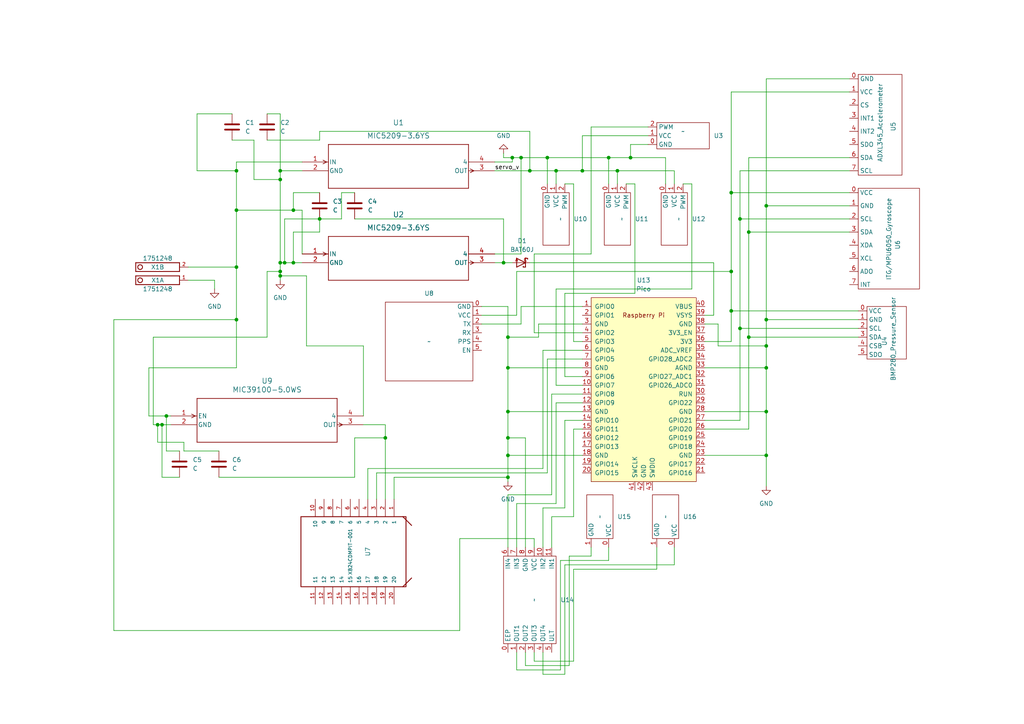
<source format=kicad_sch>
(kicad_sch (version 20230121) (generator eeschema)
  (paper "A4")
  (lib_symbols
    (symbol "1_chantilly_aerospace:1751248" (pin_names (offset 1.016))
      (property "Reference" "X" (at 1.27 -0.889 0))
      (property "Value" "1751248" (at 0 1.651 0))
      (symbol "1751248_1_0"
        (polyline (pts (xy 0 -1.27) (xy 0 1.27)) (stroke (width 0.254)))
        (polyline (pts (xy 0 1.27) (xy 12.7 1.27)) (stroke (width 0.254)))
        (polyline (pts (xy 12.7 -1.27) (xy 0 -1.27)) (stroke (width 0.254)))
        (polyline (pts (xy 12.7 -1.27) (xy 12.7 1.27)) (stroke (width 0.254)))
        (circle (center 11.43 0) (radius 0.6839) (stroke (width 0.254)))
        (pin passive line (at -2.54 0 0) (length 2.54) (name "~") (number "1"))
      )
      (symbol "1751248_2_0"
        (polyline (pts (xy 0 -1.27) (xy 0 1.27)) (stroke (width 0.254)))
        (polyline (pts (xy 0 1.27) (xy 12.7 1.27)) (stroke (width 0.254)))
        (polyline (pts (xy 12.7 -1.27) (xy 0 -1.27)) (stroke (width 0.254)))
        (polyline (pts (xy 12.7 -1.27) (xy 12.7 1.27)) (stroke (width 0.254)))
        (circle (center 11.43 0) (radius 0.6839) (stroke (width 0.254)))
        (pin passive line (at -2.54 0 0) (length 2.54) (name "~") (number "2"))
      )
    )
    (symbol "1_chantilly_aerospace:BAT60J" (pin_names (offset 1.016))
      (property "Reference" "D" (at -2.286 1.905 0))
      (property "Value" "BAT60J" (at -2.54 -5.08 0))
      (symbol "BAT60J_0_0"
        (polyline (pts (xy -1.27 -1.27) (xy 1.27 0)) (stroke (width 0.254)))
        (polyline (pts (xy -1.27 1.27) (xy -1.27 -1.27)) (stroke (width 0.254)))
        (polyline (pts (xy 0.635 -1.016) (xy 0.635 -1.27)) (stroke (width 0.254)))
        (polyline (pts (xy 1.27 -1.27) (xy 0.635 -1.27)) (stroke (width 0.254)))
        (polyline (pts (xy 1.27 0) (xy -1.27 1.27)) (stroke (width 0.254)))
        (polyline (pts (xy 1.27 0) (xy 1.27 -1.27)) (stroke (width 0.254)))
        (polyline (pts (xy 1.27 1.27) (xy 1.27 0)) (stroke (width 0.254)))
        (polyline (pts (xy 1.905 1.27) (xy 1.27 1.27)) (stroke (width 0.254)))
        (polyline (pts (xy 1.905 1.27) (xy 1.905 1.016)) (stroke (width 0.254)))
        (pin passive line (at -2.54 0 0) (length 2.54) (name "~") (number "A"))
        (pin passive line (at 2.54 0 180) (length 2.54) (name "~") (number "C"))
      )
    )
    (symbol "1_chantilly_aerospace:MIC5209-3.6YS" (pin_names (offset 0.254))
      (property "Reference" "U" (at 27.94 10.16 0))
      (property "Value" "MIC5209-3.6YS" (at 27.94 7.62 0))
      (symbol "MIC5209-3.6YS_0_1"
        (polyline (pts (xy 7.0993 0) (xy 6.0579 -0.5207)) (stroke (width 0.2032)))
        (polyline (pts (xy 7.0993 0) (xy 6.0579 0.5207)) (stroke (width 0.2032)))
        (polyline (pts (xy 7.62 -7.62) (xy 48.26 -7.62)) (stroke (width 0.2032)))
        (polyline (pts (xy 7.62 5.08) (xy 7.62 -7.62)) (stroke (width 0.2032)))
        (polyline (pts (xy 48.26 -7.62) (xy 48.26 5.08)) (stroke (width 0.2032)))
        (polyline (pts (xy 48.26 5.08) (xy 7.62 5.08)) (stroke (width 0.2032)))
        (polyline (pts (xy 48.7807 -3.0607) (xy 49.8221 -2.54)) (stroke (width 0.2032)))
        (polyline (pts (xy 48.7807 -2.0193) (xy 49.8221 -2.54)) (stroke (width 0.2032)))
        (pin input line (at 0 0 0) (length 7.62) (name "IN") (number "1"))
        (pin power_in line (at 0 -2.54 0) (length 7.62) (name "GND") (number "2"))
        (pin output line (at 55.88 -2.54 180) (length 7.62) (name "OUT") (number "3"))
        (pin unspecified line (at 55.88 0 180) (length 7.62) (name "4") (number "4"))
      )
    )
    (symbol "Device:C" (pin_numbers hide) (pin_names (offset 0.254))
      (property "Reference" "C" (at 0.635 2.54 0))
      (property "Value" "C" (at 0.635 -2.54 0))
      (symbol "C_0_1"
        (polyline (pts (xy -2.032 -0.762) (xy 2.032 -0.762)) (stroke (width 0.508)))
        (polyline (pts (xy -2.032 0.762) (xy 2.032 0.762)) (stroke (width 0.508)))
      )
      (symbol "C_1_1"
        (pin passive line (at 0 3.81 270) (length 2.794) (name "~") (number "1"))
        (pin passive line (at 0 -3.81 90) (length 2.794) (name "~") (number "2"))
      )
    )
    (symbol "chantilly_aerospace_rocket_controller:ADXL345_Accelerometer"
      (property "Reference" "U" (at 0 0 0))
      (symbol "ADXL345_Accelerometer_0_1"
        (rectangle (start -13.97 6.35) (end 15.24 -6.35))
      )
      (symbol "ADXL345_Accelerometer_1_1"
        (pin unspecified line (at 13.97 8.89 270) (length 2.54) (name "GND") (number "0"))
        (pin power_in line (at 10.16 8.89 270) (length 2.54) (name "VCC") (number "1"))
        (pin unspecified line (at 6.35 8.89 270) (length 2.54) (name "CS") (number "2"))
        (pin unspecified line (at 2.54 8.89 270) (length 2.54) (name "INT1") (number "3"))
        (pin unspecified line (at -1.27 8.89 270) (length 2.54) (name "INT2") (number "4"))
        (pin unspecified line (at -5.08 8.89 270) (length 2.54) (name "SDO") (number "5"))
        (pin bidirectional line (at -8.89 8.89 270) (length 2.54) (name "SDA") (number "6"))
        (pin bidirectional line (at -12.7 8.89 270) (length 2.54) (name "SCL") (number "7"))
      )
    )
    (symbol "chantilly_aerospace_rocket_controller:BMP280_Pressure_Sensor"
      (property "Reference" "U" (at 0 0 0))
      (symbol "BMP280_Pressure_Sensor_1_1"
        (rectangle (start -7.62 6.35) (end 7.62 -5.08))
        (pin power_in line (at 6.35 8.89 270) (length 2.54) (name "VCC") (number "0"))
        (pin unspecified line (at 3.81 8.89 270) (length 2.54) (name "GND") (number "1"))
        (pin bidirectional line (at 1.27 8.89 270) (length 2.54) (name "SCL") (number "2"))
        (pin bidirectional line (at -1.27 8.89 270) (length 2.54) (name "SDA") (number "3"))
        (pin unspecified line (at -3.81 8.89 270) (length 2.54) (name "CSB") (number "4"))
        (pin unspecified line (at -6.35 8.89 270) (length 2.54) (name "SDO") (number "5"))
      )
    )
    (symbol "chantilly_aerospace_rocket_controller:DRV8833_Motor_Driver"
      (property "Reference" "U" (at 0 0 0))
      (symbol "DRV8833_Motor_Driver_0_1"
        (rectangle (start -12.7 7.62) (end 12.7 -7.62))
      )
      (symbol "DRV8833_Motor_Driver_1_1"
        (pin unspecified line (at -15.24 6.35 0) (length 2.54) (name "EEP") (number "0"))
        (pin output line (at -15.24 3.81 0) (length 2.54) (name "OUT1") (number "1"))
        (pin input line (at 15.24 -3.81 180) (length 2.54) (name "IN2") (number "10"))
        (pin input line (at 15.24 -6.35 180) (length 2.54) (name "IN1") (number "11"))
        (pin output line (at -15.24 1.27 0) (length 2.54) (name "OUT2") (number "2"))
        (pin output line (at -15.24 -1.27 0) (length 2.54) (name "OUT3") (number "3"))
        (pin output line (at -15.24 -3.81 0) (length 2.54) (name "OUT4") (number "4"))
        (pin unspecified line (at -15.24 -6.35 0) (length 2.54) (name "ULT") (number "5"))
        (pin input line (at 15.24 6.35 180) (length 2.54) (name "IN4") (number "6"))
        (pin input line (at 15.24 3.81 180) (length 2.54) (name "IN3") (number "7"))
        (pin power_out line (at 15.24 1.27 180) (length 2.54) (name "GND") (number "8"))
        (pin power_in line (at 15.24 -1.27 180) (length 2.54) (name "VCC") (number "9"))
      )
    )
    (symbol "chantilly_aerospace_rocket_controller:GN801_GPS"
      (property "Reference" "U" (at 0 0 0))
      (symbol "GN801_GPS_0_1"
        (rectangle (start -12.7 11.43) (end 12.7 -11.43))
      )
      (symbol "GN801_GPS_1_1"
        (pin unspecified line (at -15.24 -10.16 0) (length 2.54) (name "GND") (number "0"))
        (pin power_in line (at -15.24 -7.62 0) (length 2.54) (name "VCC") (number "1"))
        (pin output line (at -15.24 -5.08 0) (length 2.54) (name "TX") (number "2"))
        (pin input line (at -15.24 -2.54 0) (length 2.54) (name "RX") (number "3"))
        (pin unspecified line (at -15.24 0 0) (length 2.54) (name "PPS") (number "4"))
        (pin unspecified line (at -15.24 2.54 0) (length 2.54) (name "EN") (number "5"))
      )
    )
    (symbol "chantilly_aerospace_rocket_controller:ITG/MPU6050_Gyroscope"
      (property "Reference" "U" (at 0 0 0))
      (symbol "ITG/MPU6050_Gyroscope_1_1"
        (rectangle (start -13.97 8.89) (end 15.24 -8.89))
        (pin power_out line (at 13.97 11.43 270) (length 2.54) (name "VCC") (number "0"))
        (pin unspecified line (at 10.16 11.43 270) (length 2.54) (name "GND") (number "1"))
        (pin bidirectional line (at 6.35 11.43 270) (length 2.54) (name "SCL") (number "2"))
        (pin bidirectional line (at 2.54 11.43 270) (length 2.54) (name "SDA") (number "3"))
        (pin unspecified line (at -1.27 11.43 270) (length 2.54) (name "XDA") (number "4"))
        (pin unspecified line (at -5.08 11.43 270) (length 2.54) (name "XCL") (number "5"))
        (pin unspecified line (at -8.89 11.43 270) (length 2.54) (name "ADO") (number "6"))
        (pin unspecified line (at -12.7 11.43 270) (length 2.54) (name "INT") (number "7"))
      )
    )
    (symbol "chantilly_aerospace_rocket_controller:MIC39100-5.0WS" (pin_names (offset 0.254))
      (property "Reference" "U" (at 27.94 10.16 0))
      (property "Value" "MIC39100-5.0WS" (at 27.94 7.62 0))
      (symbol "MIC39100-5.0WS_0_1"
        (polyline (pts (xy 7.0993 0) (xy 6.0579 -0.5207)) (stroke (width 0.2032)))
        (polyline (pts (xy 7.0993 0) (xy 6.0579 0.5207)) (stroke (width 0.2032)))
        (polyline (pts (xy 7.62 -7.62) (xy 48.26 -7.62)) (stroke (width 0.2032)))
        (polyline (pts (xy 7.62 5.08) (xy 7.62 -7.62)) (stroke (width 0.2032)))
        (polyline (pts (xy 48.26 -7.62) (xy 48.26 5.08)) (stroke (width 0.2032)))
        (polyline (pts (xy 48.26 5.08) (xy 7.62 5.08)) (stroke (width 0.2032)))
        (polyline (pts (xy 48.7807 -3.0607) (xy 49.8221 -2.54)) (stroke (width 0.2032)))
        (polyline (pts (xy 48.7807 -2.0193) (xy 49.8221 -2.54)) (stroke (width 0.2032)))
        (pin input line (at 0 0 0) (length 7.62) (name "EN") (number "1"))
        (pin power_in line (at 0 -2.54 0) (length 7.62) (name "GND") (number "2"))
        (pin output line (at 55.88 -2.54 180) (length 7.62) (name "OUT") (number "3"))
        (pin unspecified line (at 55.88 0 180) (length 7.62) (name "4") (number "4"))
      )
    )
    (symbol "chantilly_aerospace_rocket_controller:Motor_Pin_Header"
      (property "Reference" "U" (at 0 0 0))
      (symbol "Motor_Pin_Header_0_1"
        (rectangle (start -6.35 3.81) (end 6.35 -3.81))
      )
      (symbol "Motor_Pin_Header_1_1"
        (pin power_in line (at 8.89 2.54 180) (length 2.54) (name "VCC") (number "0"))
        (pin power_out line (at 8.89 -2.54 180) (length 2.54) (name "GND") (number "1"))
      )
    )
    (symbol "chantilly_aerospace_rocket_controller:Pico" (pin_names (offset 1.016))
      (property "Reference" "U" (at -13.97 27.94 0))
      (property "Value" "Pico" (at 0 19.05 0))
      (symbol "Pico_0_0"
        (text "Raspberry Pi" (at 0 21.59 0) (effects (font (size 1.27 1.27))))
      )
      (symbol "Pico_0_1"
        (rectangle (start -15.24 26.67) (end 15.24 -26.67) (fill (type background)))
      )
      (symbol "Pico_1_1"
        (pin bidirectional line (at -17.78 24.13 0) (length 2.54) (name "GPIO0") (number "1"))
        (pin bidirectional line (at -17.78 1.27 0) (length 2.54) (name "GPIO7") (number "10"))
        (pin bidirectional line (at -17.78 -1.27 0) (length 2.54) (name "GPIO8") (number "11"))
        (pin bidirectional line (at -17.78 -3.81 0) (length 2.54) (name "GPIO9") (number "12"))
        (pin power_in line (at -17.78 -6.35 0) (length 2.54) (name "GND") (number "13"))
        (pin bidirectional line (at -17.78 -8.89 0) (length 2.54) (name "GPIO10") (number "14"))
        (pin bidirectional line (at -17.78 -11.43 0) (length 2.54) (name "GPIO11") (number "15"))
        (pin bidirectional line (at -17.78 -13.97 0) (length 2.54) (name "GPIO12") (number "16"))
        (pin bidirectional line (at -17.78 -16.51 0) (length 2.54) (name "GPIO13") (number "17"))
        (pin power_in line (at -17.78 -19.05 0) (length 2.54) (name "GND") (number "18"))
        (pin bidirectional line (at -17.78 -21.59 0) (length 2.54) (name "GPIO14") (number "19"))
        (pin bidirectional line (at -17.78 21.59 0) (length 2.54) (name "GPIO1") (number "2"))
        (pin bidirectional line (at -17.78 -24.13 0) (length 2.54) (name "GPIO15") (number "20"))
        (pin bidirectional line (at 17.78 -24.13 180) (length 2.54) (name "GPIO16") (number "21"))
        (pin bidirectional line (at 17.78 -21.59 180) (length 2.54) (name "GPIO17") (number "22"))
        (pin power_in line (at 17.78 -19.05 180) (length 2.54) (name "GND") (number "23"))
        (pin bidirectional line (at 17.78 -16.51 180) (length 2.54) (name "GPIO18") (number "24"))
        (pin bidirectional line (at 17.78 -13.97 180) (length 2.54) (name "GPIO19") (number "25"))
        (pin bidirectional line (at 17.78 -11.43 180) (length 2.54) (name "GPIO20") (number "26"))
        (pin bidirectional line (at 17.78 -8.89 180) (length 2.54) (name "GPIO21") (number "27"))
        (pin power_in line (at 17.78 -6.35 180) (length 2.54) (name "GND") (number "28"))
        (pin bidirectional line (at 17.78 -3.81 180) (length 2.54) (name "GPIO22") (number "29"))
        (pin power_out line (at -17.78 19.05 0) (length 2.54) (name "GND") (number "3"))
        (pin input line (at 17.78 -1.27 180) (length 2.54) (name "RUN") (number "30"))
        (pin bidirectional line (at 17.78 1.27 180) (length 2.54) (name "GPIO26_ADC0") (number "31"))
        (pin bidirectional line (at 17.78 3.81 180) (length 2.54) (name "GPIO27_ADC1") (number "32"))
        (pin power_in line (at 17.78 6.35 180) (length 2.54) (name "AGND") (number "33"))
        (pin bidirectional line (at 17.78 8.89 180) (length 2.54) (name "GPIO28_ADC2") (number "34"))
        (pin unspecified line (at 17.78 11.43 180) (length 2.54) (name "ADC_VREF") (number "35"))
        (pin unspecified line (at 17.78 13.97 180) (length 2.54) (name "3V3") (number "36"))
        (pin input line (at 17.78 16.51 180) (length 2.54) (name "3V3_EN") (number "37"))
        (pin bidirectional line (at 17.78 19.05 180) (length 2.54) (name "GND") (number "38"))
        (pin unspecified line (at 17.78 21.59 180) (length 2.54) (name "VSYS") (number "39"))
        (pin bidirectional line (at -17.78 16.51 0) (length 2.54) (name "GPIO2") (number "4"))
        (pin unspecified line (at 17.78 24.13 180) (length 2.54) (name "VBUS") (number "40"))
        (pin input line (at -2.54 -29.21 90) (length 2.54) (name "SWCLK") (number "41"))
        (pin power_in line (at 0 -29.21 90) (length 2.54) (name "GND") (number "42"))
        (pin bidirectional line (at 2.54 -29.21 90) (length 2.54) (name "SWDIO") (number "43"))
        (pin bidirectional line (at -17.78 13.97 0) (length 2.54) (name "GPIO3") (number "5"))
        (pin bidirectional line (at -17.78 11.43 0) (length 2.54) (name "GPIO4") (number "6"))
        (pin bidirectional line (at -17.78 8.89 0) (length 2.54) (name "GPIO5") (number "7"))
        (pin power_in line (at -17.78 6.35 0) (length 2.54) (name "GND") (number "8"))
        (pin bidirectional line (at -17.78 3.81 0) (length 2.54) (name "GPIO6") (number "9"))
      )
    )
    (symbol "chantilly_aerospace_rocket_controller:Servo_Pin_Header"
      (property "Reference" "U" (at 0 0 0))
      (symbol "Servo_Pin_Header_0_1"
        (rectangle (start -7.62 3.81) (end 7.62 -3.81))
      )
      (symbol "Servo_Pin_Header_1_1"
        (pin output line (at -10.16 -2.54 0) (length 2.54) (name "GND") (number "0"))
        (pin input line (at -10.16 0 0) (length 2.54) (name "VCC") (number "1"))
        (pin bidirectional line (at -10.16 2.54 0) (length 2.54) (name "PWM") (number "2"))
      )
    )
    (symbol "chantilly_aerospace_rocket_controller:XB24CDMPIT-001" (pin_names (offset 1.016))
      (property "Reference" "U" (at 0 0 0))
      (property "Value" "XB24CDMPIT-001" (at 0 -5.08 0))
      (symbol "XB24CDMPIT-001_0_0"
        (polyline (pts (xy -10.16 12.7) (xy -7.62 15.24)) (stroke (width 0.254)))
        (polyline (pts (xy 7.62 15.24) (xy 10.16 12.7)) (stroke (width 0.254)))
        (pin bidirectional line (at -15.24 10.16 0) (length 5.08) (name "1") (number "1"))
        (pin bidirectional line (at -15.24 -12.7 0) (length 5.08) (name "10") (number "10"))
        (pin bidirectional line (at 15.24 -12.7 180) (length 5.08) (name "11") (number "11"))
        (pin bidirectional line (at 15.24 -10.16 180) (length 5.08) (name "12") (number "12"))
        (pin bidirectional line (at 15.24 -7.62 180) (length 5.08) (name "13") (number "13"))
        (pin bidirectional line (at 15.24 -5.08 180) (length 5.08) (name "14") (number "14"))
        (pin bidirectional line (at 15.24 -2.54 180) (length 5.08) (name "15") (number "15"))
        (pin bidirectional line (at 15.24 0 180) (length 5.08) (name "16") (number "16"))
        (pin bidirectional line (at 15.24 2.54 180) (length 5.08) (name "17") (number "17"))
        (pin bidirectional line (at 15.24 5.08 180) (length 5.08) (name "18") (number "18"))
        (pin bidirectional line (at 15.24 7.62 180) (length 5.08) (name "19") (number "19"))
        (pin bidirectional line (at -15.24 7.62 0) (length 5.08) (name "2") (number "2"))
        (pin bidirectional line (at 15.24 10.16 180) (length 5.08) (name "20") (number "20"))
        (pin bidirectional line (at -15.24 5.08 0) (length 5.08) (name "3") (number "3"))
        (pin bidirectional line (at -15.24 2.54 0) (length 5.08) (name "4") (number "4"))
        (pin bidirectional line (at -15.24 0 0) (length 5.08) (name "5") (number "5"))
        (pin bidirectional line (at -15.24 -2.54 0) (length 5.08) (name "6") (number "6"))
        (pin bidirectional line (at -15.24 -5.08 0) (length 5.08) (name "7") (number "7"))
        (pin bidirectional line (at -15.24 -7.62 0) (length 5.08) (name "8") (number "8"))
        (pin bidirectional line (at -15.24 -10.16 0) (length 5.08) (name "9") (number "9"))
      )
      (symbol "XB24CDMPIT-001_1_0"
        (rectangle (start -10.16 13.6172) (end 10.16 -16.8628) (stroke (width 0.254)))
      )
    )
    (symbol "power:GND" (power) (pin_names (offset 0))
      (property "Value" "GND" (at 0 -3.81 0))
      (symbol "GND_0_1"
        (polyline (pts (xy 0 0) (xy 0 -1.27) (xy 1.27 -1.27) (xy 0 -2.54) (xy -1.27 -1.27) (xy 0 -1.27)))
      )
      (symbol "GND_1_1"
        (pin power_in line (at 0 0 270) (length 0) hide (name "GND") (number "1"))
      )
    )
  )
  (junction (at 147.32 119.38))
  (junction (at 68.58 92.71))
  (junction (at 147.32 138.43))
  (junction (at 46.99 123.19))
  (junction (at 222.25 119.38))
  (junction (at 111.76 127))
  (junction (at 153.67 49.53))
  (junction (at 151.13 45.72))
  (junction (at 168.91 49.53))
  (junction (at 147.32 127))
  (junction (at 212.09 78.74))
  (junction (at 68.58 49.53))
  (junction (at 217.17 97.79))
  (junction (at 147.32 132.08))
  (junction (at 158.75 45.72))
  (junction (at 81.28 52.07))
  (junction (at 147.32 106.68))
  (junction (at 182.88 45.72))
  (junction (at 68.58 60.96))
  (junction (at 222.25 106.68))
  (junction (at 222.25 59.69))
  (junction (at 222.25 100.33))
  (junction (at 148.59 45.72))
  (junction (at 48.26 120.65))
  (junction (at 82.55 76.2))
  (junction (at 147.32 97.79))
  (junction (at 222.25 92.71))
  (junction (at 179.07 49.53))
  (junction (at 81.28 49.53))
  (junction (at 81.28 76.2))
  (junction (at 161.29 49.53))
  (junction (at 212.09 90.17))
  (junction (at 81.28 78.74))
  (junction (at 85.09 60.96))
  (junction (at 212.09 55.88))
  (junction (at 222.25 132.08))
  (junction (at 81.28 80.01))
  (junction (at 214.63 63.5))
  (junction (at 146.05 76.2))
  (junction (at 176.53 45.72))
  (junction (at 217.17 67.31))
  (junction (at 68.58 77.47))
  (junction (at 45.72 123.19))
  (junction (at 214.63 95.25))
  (junction (at 85.09 76.2))
  (junction (at 92.71 63.5))
  (wire (pts (xy 160.02 149.86) (xy 166.37 149.86)))
  (wire (pts (xy 68.58 60.96) (xy 68.58 49.53)))
  (wire (pts (xy 151.13 88.9) (xy 168.91 88.9)))
  (wire (pts (xy 212.09 55.88) (xy 212.09 26.67)))
  (wire (pts (xy 48.26 130.81) (xy 52.07 130.81)))
  (wire (pts (xy 148.59 46.99) (xy 148.59 45.72)))
  (wire (pts (xy 143.51 76.2) (xy 146.05 76.2)))
  (wire (pts (xy 46.99 123.19) (xy 45.72 123.19)))
  (wire (pts (xy 33.02 92.71) (xy 68.58 92.71)))
  (wire (pts (xy 111.76 127) (xy 111.76 144.78)))
  (wire (pts (xy 204.47 121.92) (xy 214.63 121.92)))
  (wire (pts (xy 162.56 194.31) (xy 162.56 162.56)))
  (wire (pts (xy 73.66 52.07) (xy 81.28 52.07)))
  (wire (pts (xy 68.58 46.99) (xy 87.63 46.99)))
  (wire (pts (xy 158.75 53.34) (xy 158.75 45.72)))
  (wire (pts (xy 184.15 53.34) (xy 184.15 85.09)))
  (wire (pts (xy 53.34 128.27) (xy 53.34 130.81)))
  (wire (pts (xy 81.28 33.02) (xy 81.28 49.53)))
  (wire (pts (xy 139.7 93.98) (xy 151.13 93.98)))
  (wire (pts (xy 222.25 119.38) (xy 222.25 132.08)))
  (wire (pts (xy 166.37 165.1) (xy 190.5 165.1)))
  (wire (pts (xy 158.75 104.14) (xy 158.75 137.16)))
  (wire (pts (xy 217.17 97.79) (xy 248.92 97.79)))
  (wire (pts (xy 154.94 189.23) (xy 154.94 191.77)))
  (wire (pts (xy 82.55 76.2) (xy 85.09 76.2)))
  (wire (pts (xy 111.76 123.19) (xy 111.76 127)))
  (wire (pts (xy 87.63 49.53) (xy 81.28 49.53)))
  (wire (pts (xy 102.87 127) (xy 111.76 127)))
  (wire (pts (xy 161.29 111.76) (xy 168.91 111.76)))
  (wire (pts (xy 179.07 49.53) (xy 179.07 53.34)))
  (wire (pts (xy 157.48 101.6) (xy 157.48 135.89)))
  (wire (pts (xy 217.17 97.79) (xy 217.17 124.46)))
  (wire (pts (xy 81.28 80.01) (xy 81.28 81.28)))
  (wire (pts (xy 85.09 60.96) (xy 85.09 55.88)))
  (wire (pts (xy 149.86 194.31) (xy 162.56 194.31)))
  (wire (pts (xy 143.51 49.53) (xy 153.67 49.53)))
  (wire (pts (xy 161.29 83.82) (xy 161.29 111.76)))
  (wire (pts (xy 73.66 40.64) (xy 73.66 52.07)))
  (wire (pts (xy 198.12 53.34) (xy 200.66 53.34)))
  (wire (pts (xy 154.94 96.52) (xy 168.91 96.52)))
  (wire (pts (xy 53.34 130.81) (xy 63.5 130.81)))
  (wire (pts (xy 222.25 22.86) (xy 222.25 59.69)))
  (wire (pts (xy 148.59 45.72) (xy 146.05 45.72)))
  (wire (pts (xy 152.4 127) (xy 147.32 127)))
  (wire (pts (xy 54.61 77.47) (xy 68.58 77.47)))
  (wire (pts (xy 217.17 67.31) (xy 246.38 67.31)))
  (wire (pts (xy 163.83 85.09) (xy 163.83 109.22)))
  (wire (pts (xy 160.02 114.3) (xy 168.91 114.3)))
  (wire (pts (xy 45.72 123.19) (xy 44.45 123.19)))
  (wire (pts (xy 147.32 158.75) (xy 147.32 143.51)))
  (wire (pts (xy 222.25 59.69) (xy 222.25 92.71)))
  (wire (pts (xy 152.4 158.75) (xy 152.4 127)))
  (wire (pts (xy 212.09 26.67) (xy 246.38 26.67)))
  (wire (pts (xy 161.29 116.84) (xy 168.91 116.84)))
  (wire (pts (xy 92.71 63.5) (xy 99.06 63.5)))
  (wire (pts (xy 77.47 40.64) (xy 92.71 40.64)))
  (wire (pts (xy 102.87 138.43) (xy 102.87 127)))
  (wire (pts (xy 154.94 73.66) (xy 154.94 96.52)))
  (wire (pts (xy 207.01 91.44) (xy 204.47 91.44)))
  (wire (pts (xy 163.83 195.58) (xy 163.83 163.83)))
  (wire (pts (xy 161.29 49.53) (xy 168.91 49.53)))
  (wire (pts (xy 160.02 143.51) (xy 160.02 114.3)))
  (wire (pts (xy 158.75 137.16) (xy 109.22 137.16)))
  (wire (pts (xy 153.67 49.53) (xy 161.29 49.53)))
  (wire (pts (xy 195.58 49.53) (xy 195.58 53.34)))
  (wire (pts (xy 92.71 38.1) (xy 153.67 38.1)))
  (wire (pts (xy 85.09 67.31) (xy 92.71 67.31)))
  (wire (pts (xy 208.28 93.98) (xy 208.28 100.33)))
  (wire (pts (xy 146.05 44.45) (xy 146.05 45.72)))
  (wire (pts (xy 133.35 156.21) (xy 133.35 182.88)))
  (wire (pts (xy 68.58 49.53) (xy 68.58 46.99)))
  (wire (pts (xy 152.4 189.23) (xy 152.4 193.04)))
  (wire (pts (xy 222.25 106.68) (xy 222.25 119.38)))
  (wire (pts (xy 149.86 91.44) (xy 149.86 78.74)))
  (wire (pts (xy 204.47 132.08) (xy 222.25 132.08)))
  (wire (pts (xy 166.37 53.34) (xy 166.37 99.06)))
  (wire (pts (xy 166.37 99.06) (xy 168.91 99.06)))
  (wire (pts (xy 204.47 93.98) (xy 208.28 93.98)))
  (wire (pts (xy 48.26 120.65) (xy 49.53 120.65)))
  (wire (pts (xy 217.17 45.72) (xy 246.38 45.72)))
  (wire (pts (xy 168.91 101.6) (xy 157.48 101.6)))
  (wire (pts (xy 214.63 95.25) (xy 248.92 95.25)))
  (wire (pts (xy 57.15 33.02) (xy 67.31 33.02)))
  (wire (pts (xy 168.91 93.98) (xy 156.21 93.98)))
  (wire (pts (xy 163.83 147.32) (xy 163.83 121.92)))
  (wire (pts (xy 171.45 73.66) (xy 154.94 73.66)))
  (wire (pts (xy 187.96 39.37) (xy 168.91 39.37)))
  (wire (pts (xy 179.07 49.53) (xy 195.58 49.53)))
  (wire (pts (xy 184.15 85.09) (xy 163.83 85.09)))
  (wire (pts (xy 222.25 100.33) (xy 222.25 106.68)))
  (wire (pts (xy 217.17 67.31) (xy 217.17 97.79)))
  (wire (pts (xy 43.18 106.68) (xy 43.18 120.65)))
  (wire (pts (xy 168.91 104.14) (xy 158.75 104.14)))
  (wire (pts (xy 151.13 73.66) (xy 151.13 45.72)))
  (wire (pts (xy 43.18 120.65) (xy 48.26 120.65)))
  (wire (pts (xy 57.15 49.53) (xy 57.15 33.02)))
  (wire (pts (xy 153.67 38.1) (xy 153.67 49.53)))
  (wire (pts (xy 214.63 49.53) (xy 246.38 49.53)))
  (wire (pts (xy 67.31 40.64) (xy 73.66 40.64)))
  (wire (pts (xy 157.48 135.89) (xy 106.68 135.89)))
  (wire (pts (xy 68.58 60.96) (xy 85.09 60.96)))
  (wire (pts (xy 182.88 41.91) (xy 182.88 45.72)))
  (wire (pts (xy 147.32 119.38) (xy 147.32 127)))
  (wire (pts (xy 204.47 99.06) (xy 212.09 99.06)))
  (wire (pts (xy 114.3 144.78) (xy 114.3 138.43)))
  (wire (pts (xy 222.25 92.71) (xy 222.25 100.33)))
  (wire (pts (xy 166.37 191.77) (xy 166.37 165.1)))
  (wire (pts (xy 157.48 158.75) (xy 157.48 147.32)))
  (wire (pts (xy 147.32 132.08) (xy 147.32 138.43)))
  (wire (pts (xy 193.04 45.72) (xy 182.88 45.72)))
  (wire (pts (xy 143.51 46.99) (xy 148.59 46.99)))
  (wire (pts (xy 154.94 158.75) (xy 154.94 156.21)))
  (wire (pts (xy 85.09 76.2) (xy 87.63 76.2)))
  (wire (pts (xy 63.5 138.43) (xy 102.87 138.43)))
  (wire (pts (xy 222.25 59.69) (xy 246.38 59.69)))
  (wire (pts (xy 68.58 92.71) (xy 68.58 106.68)))
  (wire (pts (xy 54.61 81.28) (xy 62.23 81.28)))
  (wire (pts (xy 171.45 161.29) (xy 171.45 158.75)))
  (wire (pts (xy 161.29 146.05) (xy 161.29 116.84)))
  (wire (pts (xy 165.1 193.04) (xy 165.1 161.29)))
  (wire (pts (xy 46.99 123.19) (xy 46.99 138.43)))
  (wire (pts (xy 212.09 55.88) (xy 246.38 55.88)))
  (wire (pts (xy 81.28 76.2) (xy 82.55 76.2)))
  (wire (pts (xy 212.09 90.17) (xy 212.09 78.74)))
  (wire (pts (xy 68.58 106.68) (xy 43.18 106.68)))
  (wire (pts (xy 157.48 189.23) (xy 157.48 195.58)))
  (wire (pts (xy 45.72 123.19) (xy 45.72 128.27)))
  (wire (pts (xy 152.4 193.04) (xy 165.1 193.04)))
  (wire (pts (xy 85.09 60.96) (xy 87.63 60.96)))
  (wire (pts (xy 147.32 119.38) (xy 168.91 119.38)))
  (wire (pts (xy 187.96 36.83) (xy 171.45 36.83)))
  (wire (pts (xy 158.75 45.72) (xy 151.13 45.72)))
  (wire (pts (xy 105.41 100.33) (xy 88.9 100.33)))
  (wire (pts (xy 105.41 120.65) (xy 105.41 100.33)))
  (wire (pts (xy 81.28 52.07) (xy 81.28 76.2)))
  (wire (pts (xy 176.53 53.34) (xy 176.53 45.72)))
  (wire (pts (xy 166.37 124.46) (xy 168.91 124.46)))
  (wire (pts (xy 214.63 63.5) (xy 214.63 95.25)))
  (wire (pts (xy 176.53 158.75) (xy 176.53 162.56)))
  (wire (pts (xy 156.21 97.79) (xy 147.32 97.79)))
  (wire (pts (xy 147.32 143.51) (xy 160.02 143.51)))
  (wire (pts (xy 68.58 49.53) (xy 57.15 49.53)))
  (wire (pts (xy 176.53 45.72) (xy 158.75 45.72)))
  (wire (pts (xy 168.91 39.37) (xy 168.91 49.53)))
  (wire (pts (xy 162.56 162.56) (xy 176.53 162.56)))
  (wire (pts (xy 168.91 49.53) (xy 179.07 49.53)))
  (wire (pts (xy 222.25 132.08) (xy 222.25 140.97)))
  (wire (pts (xy 149.86 146.05) (xy 161.29 146.05)))
  (wire (pts (xy 166.37 149.86) (xy 166.37 124.46)))
  (wire (pts (xy 204.47 124.46) (xy 217.17 124.46)))
  (wire (pts (xy 212.09 78.74) (xy 212.09 55.88)))
  (wire (pts (xy 163.83 53.34) (xy 166.37 53.34)))
  (wire (pts (xy 212.09 99.06) (xy 212.09 90.17)))
  (wire (pts (xy 200.66 83.82) (xy 161.29 83.82)))
  (wire (pts (xy 149.86 158.75) (xy 149.86 146.05)))
  (wire (pts (xy 92.71 40.64) (xy 92.71 38.1)))
  (wire (pts (xy 81.28 49.53) (xy 81.28 52.07)))
  (wire (pts (xy 149.86 78.74) (xy 212.09 78.74)))
  (wire (pts (xy 163.83 121.92) (xy 168.91 121.92)))
  (wire (pts (xy 87.63 60.96) (xy 87.63 73.66)))
  (wire (pts (xy 133.35 182.88) (xy 33.02 182.88)))
  (wire (pts (xy 45.72 128.27) (xy 53.34 128.27)))
  (wire (pts (xy 99.06 63.5) (xy 99.06 55.88)))
  (wire (pts (xy 81.28 76.2) (xy 81.28 78.74)))
  (wire (pts (xy 146.05 63.5) (xy 146.05 76.2)))
  (wire (pts (xy 195.58 158.75) (xy 195.58 163.83)))
  (wire (pts (xy 85.09 76.2) (xy 85.09 67.31)))
  (wire (pts (xy 92.71 67.31) (xy 92.71 63.5)))
  (wire (pts (xy 147.32 132.08) (xy 168.91 132.08)))
  (wire (pts (xy 161.29 49.53) (xy 161.29 53.34)))
  (wire (pts (xy 143.51 73.66) (xy 151.13 73.66)))
  (wire (pts (xy 217.17 45.72) (xy 217.17 67.31)))
  (wire (pts (xy 208.28 100.33) (xy 222.25 100.33)))
  (wire (pts (xy 157.48 147.32) (xy 163.83 147.32)))
  (wire (pts (xy 200.66 53.34) (xy 200.66 83.82)))
  (wire (pts (xy 48.26 120.65) (xy 48.26 130.81)))
  (wire (pts (xy 85.09 55.88) (xy 92.71 55.88)))
  (wire (pts (xy 163.83 109.22) (xy 168.91 109.22)))
  (wire (pts (xy 49.53 123.19) (xy 46.99 123.19)))
  (wire (pts (xy 99.06 55.88) (xy 102.87 55.88)))
  (wire (pts (xy 165.1 161.29) (xy 171.45 161.29)))
  (wire (pts (xy 44.45 123.19) (xy 44.45 97.79)))
  (wire (pts (xy 68.58 77.47) (xy 68.58 92.71)))
  (wire (pts (xy 147.32 106.68) (xy 168.91 106.68)))
  (wire (pts (xy 151.13 93.98) (xy 151.13 88.9)))
  (wire (pts (xy 190.5 158.75) (xy 190.5 165.1)))
  (wire (pts (xy 204.47 106.68) (xy 222.25 106.68)))
  (wire (pts (xy 114.3 138.43) (xy 147.32 138.43)))
  (wire (pts (xy 68.58 60.96) (xy 68.58 77.47)))
  (wire (pts (xy 147.32 88.9) (xy 147.32 97.79)))
  (wire (pts (xy 153.67 76.2) (xy 207.01 76.2)))
  (wire (pts (xy 147.32 127) (xy 147.32 132.08)))
  (wire (pts (xy 77.47 78.74) (xy 81.28 78.74)))
  (wire (pts (xy 44.45 97.79) (xy 77.47 97.79)))
  (wire (pts (xy 214.63 63.5) (xy 246.38 63.5)))
  (wire (pts (xy 146.05 76.2) (xy 148.59 76.2)))
  (wire (pts (xy 33.02 182.88) (xy 33.02 92.71)))
  (wire (pts (xy 147.32 97.79) (xy 147.32 106.68)))
  (wire (pts (xy 156.21 93.98) (xy 156.21 97.79)))
  (wire (pts (xy 139.7 91.44) (xy 149.86 91.44)))
  (wire (pts (xy 157.48 195.58) (xy 163.83 195.58)))
  (wire (pts (xy 246.38 22.86) (xy 222.25 22.86)))
  (wire (pts (xy 147.32 106.68) (xy 147.32 119.38)))
  (wire (pts (xy 181.61 53.34) (xy 184.15 53.34)))
  (wire (pts (xy 102.87 63.5) (xy 146.05 63.5)))
  (wire (pts (xy 214.63 95.25) (xy 214.63 121.92)))
  (wire (pts (xy 149.86 189.23) (xy 149.86 194.31)))
  (wire (pts (xy 111.76 123.19) (xy 105.41 123.19)))
  (wire (pts (xy 171.45 36.83) (xy 171.45 73.66)))
  (wire (pts (xy 81.28 78.74) (xy 81.28 80.01)))
  (wire (pts (xy 222.25 92.71) (xy 248.92 92.71)))
  (wire (pts (xy 151.13 45.72) (xy 148.59 45.72)))
  (wire (pts (xy 88.9 100.33) (xy 88.9 80.01)))
  (wire (pts (xy 182.88 45.72) (xy 176.53 45.72)))
  (wire (pts (xy 82.55 76.2) (xy 82.55 63.5)))
  (wire (pts (xy 187.96 41.91) (xy 182.88 41.91)))
  (wire (pts (xy 154.94 191.77) (xy 166.37 191.77)))
  (wire (pts (xy 204.47 119.38) (xy 222.25 119.38)))
  (wire (pts (xy 81.28 33.02) (xy 77.47 33.02)))
  (wire (pts (xy 62.23 81.28) (xy 62.23 83.82)))
  (wire (pts (xy 139.7 88.9) (xy 147.32 88.9)))
  (wire (pts (xy 147.32 138.43) (xy 147.32 139.7)))
  (wire (pts (xy 154.94 156.21) (xy 133.35 156.21)))
  (wire (pts (xy 77.47 97.79) (xy 77.47 78.74)))
  (wire (pts (xy 193.04 53.34) (xy 193.04 45.72)))
  (wire (pts (xy 160.02 158.75) (xy 160.02 149.86)))
  (wire (pts (xy 109.22 137.16) (xy 109.22 144.78)))
  (wire (pts (xy 82.55 63.5) (xy 92.71 63.5)))
  (wire (pts (xy 106.68 135.89) (xy 106.68 144.78)))
  (wire (pts (xy 214.63 49.53) (xy 214.63 63.5)))
  (wire (pts (xy 88.9 80.01) (xy 81.28 80.01)))
  (wire (pts (xy 46.99 138.43) (xy 52.07 138.43)))
  (wire (pts (xy 212.09 90.17) (xy 248.92 90.17)))
  (wire (pts (xy 163.83 163.83) (xy 195.58 163.83)))
  (wire (pts (xy 207.01 76.2) (xy 207.01 91.44)))
  (label "servo_v" (at 143.51 49.53 0))
  (symbol (lib_id "power:GND") (at 147.32 139.7 0) (unit 1)
    (property "Reference" "#PWR01" (effects hide))
    (property "Value" "GND" (at 147.32 144.78 0))
  )
  (symbol (lib_id "power:GND") (at 62.23 83.82 0) (unit 1)
    (property "Reference" "#PWR0103" (effects hide))
    (property "Value" "GND" (at 62.23 88.9 0))
  )
  (symbol (lib_id "power:GND") (at 146.05 44.45 180) (unit 1)
    (property "Reference" "#PWR0104" (effects hide))
    (property "Value" "GND" (at 146.05 39.37 0))
  )
  (symbol (lib_id "chantilly_aerospace_rocket_controller:ITG/MPU6050_Gyroscope") (at 257.81 69.85 90) (unit 1)
    (property "Reference" "U6" (at 260.35 72.39 0) (effects (justify left)))
    (property "Value" "ITG/MPU6050_Gyroscope" (at 257.81 81.28 0) (effects (justify left)))
    (property "Footprint" "chantilly_aerospace_rocket_controller:MPU6050_Gyroscope" (effects hide))
  )
  (symbol (lib_id "chantilly_aerospace_rocket_controller:Servo_Pin_Header") (at 195.58 63.5 270) (unit 1)
    (property "Reference" "U12" (at 200.66 63.5 90) (effects (justify left)))
    (property "Value" "~" (at 196.85 63.5 0))
    (property "Footprint" "chantilly_aerospace_rocket_controller:Servo_Pin_Header" (effects hide))
  )
  (symbol (lib_id "Device:C") (at 52.07 134.62 0) (unit 1)
    (property "Reference" "C5" (at 55.88 133.35 0) (effects (justify left)))
    (property "Value" "C" (at 55.88 135.89 0) (effects (justify left)))
    (property "Footprint" "chantilly_aerospace_rocket_controller:0603_Capacitor" (effects hide))
  )
  (symbol (lib_id "chantilly_aerospace_rocket_controller:Pico") (at 186.69 113.03 0) (unit 1)
    (property "Reference" "U13" (at 186.69 81.28 0))
    (property "Value" "Pico" (at 186.69 83.82 0))
    (property "Footprint" "chantilly_aerospace_rocket_controller:RPi_Pico_SMD_TH" (effects hide))
  )
  (symbol (lib_id "chantilly_aerospace_rocket_controller:Servo_Pin_Header") (at 179.07 63.5 270) (unit 1)
    (property "Reference" "U11" (at 184.15 63.5 90) (effects (justify left)))
    (property "Value" "~" (at 180.34 63.5 0))
    (property "Footprint" "chantilly_aerospace_rocket_controller:Servo_Pin_Header" (effects hide))
  )
  (symbol (lib_id "chantilly_aerospace_rocket_controller:GN801_GPS") (at 124.46 99.06 180) (unit 1)
    (property "Reference" "U8" (at 124.46 85.09 0))
    (property "Value" "~" (at 124.46 99.06 0))
    (property "Footprint" "chantilly_aerospace_rocket_controller:GN801_GPS" (effects hide))
  )
  (symbol (lib_id "1_chantilly_aerospace:1751248") (at 52.07 77.47 180) (unit 2)
    (property "Reference" "X1" (at 45.72 77.47 0))
    (property "Value" "1751248" (at 45.72 74.93 0))
    (property "Footprint" "chantilly_aerospace_rocket_controller:1751248" (effects hide))
    (property "MF" "Phoenix Contact" (effects hide))
    (property "Description" "\nPCB Terminal Screw 3.5mm 16AWG 200V 13.5A 2 Position COMBICON MKDS Series | Phoenix Contact 1751248\n" (effects hide))
    (property "Package" "None" (effects hide))
    (property "Price" "None" (effects hide))
    (property "OC_FARNELL" "unknown" (effects hide))
    (property "SnapEDA_Link" "https://www.snapeda.com/parts/1751248/Phoenix+Contact/view-part/?ref=snap" (effects hide))
    (property "MP" "1751248" (effects hide))
    (property "Purchase-URL" "https://www.snapeda.com/api/url_track_click_mouser/?unipart_id=480165&manufacturer=Phoenix Contact&part_name=1751248&search_term=None" (effects hide))
    (property "OC_NEWARK" "unknown" (effects hide))
    (property "Availability" "In Stock" (effects hide))
    (property "Check_prices" "https://www.snapeda.com/parts/1751248/Phoenix+Contact/view-part/?ref=eda" (effects hide))
  )
  (symbol (lib_id "power:GND") (at 222.25 140.97 0) (unit 1)
    (property "Reference" "#PWR0102" (effects hide))
    (property "Value" "GND" (at 222.25 146.05 0))
  )
  (symbol (lib_id "chantilly_aerospace_rocket_controller:MIC39100-5.0WS") (at 49.53 120.65 0) (unit 1)
    (property "Reference" "U9" (at 77.47 110.49 0) (effects (font (size 1.524 1.524))))
    (property "Value" "MIC39100-5.0WS" (at 77.47 113.03 0) (effects (font (size 1.524 1.524))))
    (property "Footprint" "chantilly_aerospace_rocket_controller:MIC39100-5.0WS" (effects hide))
    (property "Datasheet" "MIC39100-5.0WS" (effects hide))
  )
  (symbol (lib_id "1_chantilly_aerospace:BAT60J") (at 151.13 76.2 0) (unit 1)
    (property "Reference" "D1" (at 151.4475 69.85 0))
    (property "Value" "BAT60J" (at 151.4475 72.39 0))
    (property "Footprint" "chantilly_aerospace_rocket_controller:SOD323_ST" (effects hide))
    (property "MF" "STMicroelectronics" (effects hide))
    (property "Description" "\nDiode Schottky 10 V 3A (DC) Surface Mount SOD-323\n" (effects hide))
    (property "Package" "SOD-323 STMicroelectronics" (effects hide))
    (property "Price" "None" (effects hide))
    (property "SnapEDA_Link" "https://www.snapeda.com/parts/BAT60J/STMicroelectronics/view-part/?ref=snap" (effects hide))
    (property "MP" "BAT60J" (effects hide))
    (property "Availability" "Not in stock" (effects hide))
    (property "Check_prices" "https://www.snapeda.com/parts/BAT60J/STMicroelectronics/view-part/?ref=eda" (effects hide))
  )
  (symbol (lib_id "1_chantilly_aerospace:MIC5209-3.6YS") (at 87.63 46.99 0) (unit 1)
    (property "Reference" "U1" (at 115.57 35.56 0) (effects (font (size 1.524 1.524))))
    (property "Value" "MIC5209-3.6YS" (at 115.57 39.37 0) (effects (font (size 1.524 1.524))))
    (property "Footprint" "chantilly_aerospace_rocket_controller:MIC5209-5" (effects hide))
    (property "Datasheet" "MIC5209-3.6YS" (effects hide))
  )
  (symbol (lib_id "Device:C") (at 67.31 36.83 0) (unit 1)
    (property "Reference" "C1" (at 71.12 35.56 0) (effects (justify left)))
    (property "Value" "C" (at 71.12 38.1 0) (effects (justify left)))
    (property "Footprint" "chantilly_aerospace_rocket_controller:0603_Capacitor" (effects hide))
  )
  (symbol (lib_id "1_chantilly_aerospace:1751248") (at 52.07 81.28 180) (unit 1)
    (property "Reference" "X1" (at 45.72 81.28 0))
    (property "Value" "1751248" (at 45.72 83.82 0))
    (property "Footprint" "chantilly_aerospace_rocket_controller:1751248" (effects hide))
    (property "MF" "Phoenix Contact" (effects hide))
    (property "Description" "\nPCB Terminal Screw 3.5mm 16AWG 200V 13.5A 2 Position COMBICON MKDS Series | Phoenix Contact 1751248\n" (effects hide))
    (property "Package" "None" (effects hide))
    (property "Price" "None" (effects hide))
    (property "OC_FARNELL" "unknown" (effects hide))
    (property "SnapEDA_Link" "https://www.snapeda.com/parts/1751248/Phoenix+Contact/view-part/?ref=snap" (effects hide))
    (property "MP" "1751248" (effects hide))
    (property "Purchase-URL" "https://www.snapeda.com/api/url_track_click_mouser/?unipart_id=480165&manufacturer=Phoenix Contact&part_name=1751248&search_term=None" (effects hide))
    (property "OC_NEWARK" "unknown" (effects hide))
    (property "Availability" "In Stock" (effects hide))
    (property "Check_prices" "https://www.snapeda.com/parts/1751248/Phoenix+Contact/view-part/?ref=eda" (effects hide))
  )
  (symbol (lib_id "chantilly_aerospace_rocket_controller:DRV8833_Motor_Driver") (at 153.67 173.99 90) (unit 1)
    (property "Reference" "U14" (at 162.56 173.99 90) (effects (justify right)))
    (property "Value" "~" (at 154.94 173.99 0))
    (property "Footprint" "chantilly_aerospace_rocket_controller:DRV8833_Motor_Driver" (effects hide))
  )
  (symbol (lib_id "Device:C") (at 63.5 134.62 0) (unit 1)
    (property "Reference" "C6" (at 67.31 133.35 0) (effects (justify left)))
    (property "Value" "C" (at 67.31 135.89 0) (effects (justify left)))
    (property "Footprint" "chantilly_aerospace_rocket_controller:0603_Capacitor" (effects hide))
  )
  (symbol (lib_id "1_chantilly_aerospace:MIC5209-3.6YS") (at 87.63 73.66 0) (unit 1)
    (property "Reference" "U2" (at 115.57 62.23 0) (effects (font (size 1.524 1.524))))
    (property "Value" "MIC5209-3.6YS" (at 115.57 66.04 0) (effects (font (size 1.524 1.524))))
    (property "Footprint" "chantilly_aerospace_rocket_controller:MIC5209-5" (effects hide))
    (property "Datasheet" "MIC5209-3.6YS" (effects hide))
  )
  (symbol (lib_id "chantilly_aerospace_rocket_controller:Motor_Pin_Header") (at 173.99 149.86 270) (unit 1)
    (property "Reference" "U15" (at 179.07 149.86 90) (effects (justify left)))
    (property "Value" "~" (at 173.99 149.86 0))
    (property "Footprint" "chantilly_aerospace_rocket_controller:Motor_Pin_Header" (effects hide))
  )
  (symbol (lib_id "Device:C") (at 92.71 59.69 0) (unit 1)
    (property "Reference" "C3" (at 96.52 58.42 0) (effects (justify left)))
    (property "Value" "C" (at 96.52 60.96 0) (effects (justify left)))
    (property "Footprint" "chantilly_aerospace_rocket_controller:0603_Capacitor" (effects hide))
  )
  (symbol (lib_id "Device:C") (at 102.87 59.69 0) (unit 1)
    (property "Reference" "C4" (at 106.68 58.42 0) (effects (justify left)))
    (property "Value" "C" (at 106.68 60.96 0) (effects (justify left)))
    (property "Footprint" "chantilly_aerospace_rocket_controller:0603_Capacitor" (effects hide))
  )
  (symbol (lib_id "chantilly_aerospace_rocket_controller:XB24CDMPIT-001") (at 104.14 160.02 270) (unit 1)
    (property "Reference" "U7" (at 106.68 160.02 0))
    (property "Value" "XB24CDMPIT-001" (at 101.6 160.02 0) (effects (font (size 1 1))))
    (property "Footprint" "chantilly_aerospace_rocket_controller:XBEE_S2C" (effects hide))
  )
  (symbol (lib_id "Device:C") (at 77.47 36.83 0) (unit 1)
    (property "Reference" "C2" (at 81.28 35.56 0) (effects (justify left)))
    (property "Value" "C" (at 81.28 38.1 0) (effects (justify left)))
    (property "Footprint" "chantilly_aerospace_rocket_controller:0603_Capacitor" (effects hide))
  )
  (symbol (lib_id "chantilly_aerospace_rocket_controller:Servo_Pin_Header") (at 161.29 63.5 270) (unit 1)
    (property "Reference" "U10" (at 166.37 63.5 90) (effects (justify left)))
    (property "Value" "~" (at 162.56 63.5 0))
    (property "Footprint" "chantilly_aerospace_rocket_controller:Servo_Pin_Header" (effects hide))
  )
  (symbol (lib_id "chantilly_aerospace_rocket_controller:BMP280_Pressure_Sensor") (at 257.81 96.52 90) (unit 1)
    (property "Reference" "U4" (at 256.54 100.33 0) (effects (justify left)))
    (property "Value" "BMP280_Pressure_Sensor" (at 259.08 110.49 0) (effects (justify left)))
    (property "Footprint" "chantilly_aerospace_rocket_controller:BMP280_Pressure_Sensor" (effects hide))
  )
  (symbol (lib_id "power:GND") (at 81.28 81.28 0) (unit 1)
    (property "Reference" "#PWR0101" (effects hide))
    (property "Value" "GND" (at 81.28 86.36 0))
  )
  (symbol (lib_id "chantilly_aerospace_rocket_controller:Motor_Pin_Header") (at 193.04 149.86 270) (unit 1)
    (property "Reference" "U16" (at 198.12 149.86 90) (effects (justify left)))
    (property "Value" "~" (at 193.04 149.86 0))
    (property "Footprint" "chantilly_aerospace_rocket_controller:Motor_Pin_Header" (effects hide))
  )
  (symbol (lib_id "chantilly_aerospace_rocket_controller:Servo_Pin_Header") (at 198.12 39.37 0) (unit 1)
    (property "Reference" "U3" (at 207.01 39.37 0) (effects (justify left)))
    (property "Value" "~" (at 198.12 38.1 0))
    (property "Footprint" "chantilly_aerospace_rocket_controller:Servo_Pin_Header" (effects hide))
  )
  (symbol (lib_id "chantilly_aerospace_rocket_controller:ADXL345_Accelerometer") (at 255.27 36.83 90) (unit 1)
    (property "Reference" "U5" (at 259.08 38.1 0) (effects (justify left)))
    (property "Value" "ADXL345_Accelerometer" (at 255.27 46.99 0) (effects (justify left)))
    (property "Footprint" "chantilly_aerospace_rocket_controller:ADXL345_Accelerometer" (effects hide))
  )
)
</source>
